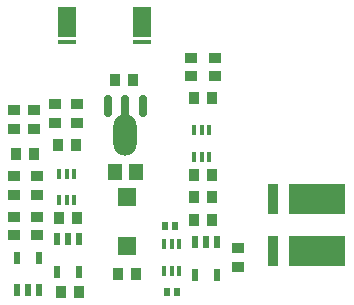
<source format=gbr>
G04 Layer_Color=8421504*
%FSLAX25Y25*%
%MOIN*%
%TF.FileFunction,Paste,Top*%
%TF.Part,Single*%
G01*
G75*
%TA.AperFunction,SMDPad*%
%ADD10R,0.03661X0.03858*%
%TA.AperFunction,SMDPad*%
%ADD11R,0.03858X0.03661*%
%TA.AperFunction,SMDPad*%
%ADD12R,0.02362X0.03937*%
%TA.AperFunction,SMDPad*%
%ADD13R,0.02362X0.04331*%
%TA.AperFunction,SMDPad*%
%ADD14R,0.01575X0.03543*%
%TA.AperFunction,SMDPad*%
%ADD15R,0.06496X0.09843*%
%TA.AperFunction,SMDPad*%
%ADD16R,0.06496X0.01575*%
%TA.AperFunction,SMDPad*%
%ADD17R,0.02362X0.02559*%
%TA.AperFunction,SMDPad*%
%ADD18R,0.05906X0.06299*%
%TA.AperFunction,SMDPad*%
%ADD19R,0.04567X0.05787*%
%TA.AperFunction,SMDPad*%
%ADD20O,0.02756X0.07480*%
%TA.AperFunction,SMDPad*%
%ADD21O,0.02756X0.08268*%
%TA.AperFunction,SMDPad*%
%ADD22O,0.07874X0.13780*%
%TA.AperFunction,SMDPad*%
%ADD23R,0.18898X0.09843*%
%TA.AperFunction,SMDPad*%
%ADD24R,0.03543X0.09843*%
D10*
X358968Y305000D02*
D03*
X365032D02*
D03*
X380031Y259000D02*
D03*
X373969D02*
D03*
X373468Y283500D02*
D03*
X379532D02*
D03*
X372969Y308000D02*
D03*
X379031D02*
D03*
X424532Y323500D02*
D03*
X418469D02*
D03*
X392969Y265000D02*
D03*
X399031D02*
D03*
X391968Y329500D02*
D03*
X398031D02*
D03*
X424532Y298000D02*
D03*
X418469D02*
D03*
X424532Y283000D02*
D03*
X418469D02*
D03*
X424532Y290500D02*
D03*
X418469D02*
D03*
D11*
X358500Y297532D02*
D03*
Y291469D02*
D03*
X365000Y319531D02*
D03*
Y313469D02*
D03*
X358500Y313469D02*
D03*
Y319531D02*
D03*
Y284032D02*
D03*
Y277969D02*
D03*
X366000Y297532D02*
D03*
Y291469D02*
D03*
Y277969D02*
D03*
Y284032D02*
D03*
X372000Y315469D02*
D03*
Y321532D02*
D03*
X379500Y315469D02*
D03*
Y321532D02*
D03*
X417500Y337032D02*
D03*
Y330968D02*
D03*
X425500Y337032D02*
D03*
Y330968D02*
D03*
X433000Y273532D02*
D03*
Y267469D02*
D03*
D12*
X359260Y259587D02*
D03*
X363000D02*
D03*
X366740D02*
D03*
Y270413D02*
D03*
X359260D02*
D03*
D13*
X380240Y265488D02*
D03*
X372760D02*
D03*
Y276512D02*
D03*
X376500D02*
D03*
X380240D02*
D03*
X426240Y275512D02*
D03*
X422500D02*
D03*
X418760D02*
D03*
Y264488D02*
D03*
X426240D02*
D03*
D14*
X373441Y289571D02*
D03*
X376000D02*
D03*
X378559D02*
D03*
Y298429D02*
D03*
X376000D02*
D03*
X373441D02*
D03*
X408441Y266071D02*
D03*
X411000D02*
D03*
X413559D02*
D03*
Y274929D02*
D03*
X411000D02*
D03*
X408441D02*
D03*
X418441Y312929D02*
D03*
X423559Y304071D02*
D03*
X421000D02*
D03*
X418441D02*
D03*
X423559Y312929D02*
D03*
X421000D02*
D03*
D15*
X376000Y348894D02*
D03*
X401200D02*
D03*
D16*
X376000Y342201D02*
D03*
X401201D02*
D03*
D17*
X412673Y259000D02*
D03*
X409327D02*
D03*
X408827Y281000D02*
D03*
X412173D02*
D03*
D18*
X396000Y274331D02*
D03*
Y290669D02*
D03*
D19*
X399004Y299000D02*
D03*
X391996D02*
D03*
D20*
X401405Y321000D02*
D03*
X389595D02*
D03*
D21*
X395500Y320606D02*
D03*
D22*
Y311157D02*
D03*
D23*
X459500Y272677D02*
D03*
Y290000D02*
D03*
D24*
X444736D02*
D03*
Y272677D02*
D03*
%TF.MD5,3DD2A30A0E211AEB55E33BF9681332EE*%
M02*

</source>
